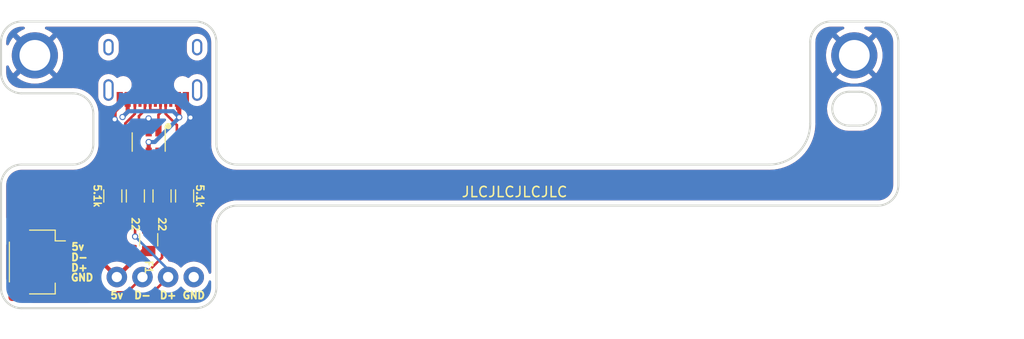
<source format=kicad_pcb>
(kicad_pcb (version 20211014) (generator pcbnew)
  (layers (0 "F.Cu" signal) (31 "B.Cu" signal) (34 "B.Paste" user) (35 "F.Paste" user) (36 "B.SilkS" user "B.Silkscreen") (37 "F.SilkS" user "F.Silkscreen") (38 "B.Mask" user) (39 "F.Mask" user) (44 "Edge.Cuts" user))
  (net 0 "")
  (net 1 "GND")
  (net 2 "VCC")
  (net 3 "Earth")
  (net 5 "Net-(J1-Pad4)")
  (net 7 "D-")
  (net 8 "D+")
  (net 9 "VBUS")
  (net 10 "Net-(J1-Pad5)")
  (net 11 "Net-(R2-Pad2)")
  (net 12 "Net-(R1-Pad2)")
  (net 13 "Net-(J1-Pad6)")
  (net 14 "Net-(J1-Pad10)")
  (footprint "Keeb_components:F_0805" (layer "F.Cu") (at 14.4 21.3264 90)
    (fp_text reference "F1" (at -2.6736 0 270 unlocked) (layer "F.SilkS") (effects (font (size 0.7 0.7))))
    (fp_text value "Polyfuse_Small" hide)
    (fp_line (start -0.6 -0.88) (end 0.6 -0.88) (layer "F.SilkS") (width 0.12))
    (fp_line (start 0.6 0.88) (end -0.6 0.88) (layer "F.SilkS") (width 0.12))
    (pad "1" smd rect (at -1.1 0 90) (size 1 1.3) (layers "F.Cu" "F.Paste" "F.Mask") (net 2 "VCC"))
    (pad "2" smd rect (at 1.1 0 90) (size 1 1.3) (layers "F.Cu" "F.Paste" "F.Mask") (net 9 "VBUS"))
  )
  (footprint "Keeb_components:R_0805" (layer "F.Cu") (at 17.9 17.0592 -90)
    (fp_text reference "R5" hide)
    (fp_text value "5.1k" (at 0 -1.5 -90 unlocked) (layer "F.SilkS") (effects (font (size 0.7 0.7))))
    (fp_line (start 0.6 0.88) (end -0.6 0.88) (layer "F.SilkS") (width 0.12))
    (fp_line (start -0.6 -0.88) (end 0.6 -0.88) (layer "F.SilkS") (width 0.12))
    (pad "1" smd rect (at -1.1 0 270) (size 1.2 1.3) (layers "F.Cu" "F.Paste" "F.Mask") (net 5 "Net-(J1-Pad4)"))
    (pad "2" smd rect (at 1.1 0 270) (size 1.2 1.3) (layers "F.Cu" "F.Paste" "F.Mask") (net 1 "GND"))
  )
  (footprint "Keeb_components:JST_SH_SM04B-SRSS-TB_1x04-1MP_P1.00mm_Horizontal" (layer "F.Cu") (at 3.5 23.5 -90)
    (fp_text reference "J2" hide)
    (fp_text value "ai03_ud" hide)
    (fp_line (start -2.06 -1.785) (end -2.06 -2.775) (layer "F.SilkS") (width 0.12))
    (fp_line (start 3.11 -1.785) (end 2.06 -1.785) (layer "F.SilkS") (width 0.12))
    (fp_line (start -3.11 -1.785) (end -2.06 -1.785) (layer "F.SilkS") (width 0.12))
    (fp_line (start -1.94 2.685) (end 1.94 2.685) (layer "F.SilkS") (width 0.12))
    (fp_line (start -3.11 0.715) (end -3.11 -1.785) (layer "F.SilkS") (width 0.12))
    (fp_line (start 3.11 0.715) (end 3.11 -1.785) (layer "F.SilkS") (width 0.12))
    (pad "1" smd roundrect locked (at -1.5 -2.15 270) (size 0.6 1.85) (layers "F.Cu" "F.Paste" "F.Mask") (net 2 "VCC"))
    (pad "2" smd roundrect locked (at -0.5 -2.15 270) (size 0.6 1.85) (layers "F.Cu" "F.Paste" "F.Mask") (net 11 "Net-(R2-Pad2)"))
    (pad "3" smd roundrect locked (at 0.5 -2.15 270) (size 0.6 1.85) (layers "F.Cu" "F.Paste" "F.Mask") (net 12 "Net-(R1-Pad2)"))
    (pad "4" smd roundrect locked (at 1.5 -2.15 270) (size 0.6 1.85) (layers "F.Cu" "F.Paste" "F.Mask") (net 1 "GND"))
    (pad "MP" smd roundrect locked (at -3 1.875 270) (size 1.6 1.8) (layers "F.Cu" "F.Paste" "F.Mask") (roundrect_rratio 0.208))
    (pad "MP" smd roundrect locked (at 3 1.875 270) (size 1.6 1.8) (layers "F.Cu" "F.Paste" "F.Mask") (roundrect_rratio 0.208))
  )
  (footprint "Keeb_components:HRO-TYPE-C-31-M-12" (layer "F.Cu") (at 14.8 -0.05)
    (fp_text reference "J1")
    (fp_text value "HRO-TYPE-C-31-M-12")
    (pad "" np_thru_hole circle locked (at -2.89 6.25 180) (size 0.65 0.65) (drill 0.65) (layers *.Cu *.Mask))
    (pad "" np_thru_hole circle locked (at 2.89 6.25 180) (size 0.65 0.65) (drill 0.65) (layers *.Cu *.Mask))
    (pad "1" smd rect locked (at 3.225 7.695 180) (size 0.6 1.45) (layers "F.Cu" "F.Paste" "F.Mask") (net 1 "GND"))
    (pad "2" smd rect locked (at 2.45 7.695 180) (size 0.6 1.45) (layers "F.Cu" "F.Paste" "F.Mask") (net 9 "VBUS"))
    (pad "3" smd rect locked (at 1.75 7.695 180) (size 0.3 1.45) (layers "F.Cu" "F.Paste" "F.Mask"))
    (pad "4" smd rect locked (at 1.25 7.695 180) (size 0.3 1.45) (layers "F.Cu" "F.Paste" "F.Mask") (net 5 "Net-(J1-Pad4)"))
    (pad "5" smd rect locked (at 0.75 7.695 180) (size 0.3 1.45) (layers "F.Cu" "F.Paste" "F.Mask") (net 10 "Net-(J1-Pad5)"))
    (pad "6" smd rect locked (at 0.25 7.695 180) (size 0.3 1.45) (layers "F.Cu" "F.Paste" "F.Mask") (net 13 "Net-(J1-Pad6)"))
    (pad "7" smd rect locked (at -0.25 7.695 180) (size 0.3 1.45) (layers "F.Cu" "F.Paste" "F.Mask") (net 10 "Net-(J1-Pad5)"))
    (pad "8" smd rect locked (at -0.75 7.695 180) (size 0.3 1.45) (layers "F.Cu" "F.Paste" "F.Mask") (net 13 "Net-(J1-Pad6)"))
    (pad "9" smd rect locked (at -1.25 7.695 180) (size 0.3 1.45) (layers "F.Cu" "F.Paste" "F.Mask"))
    (pad "10" smd rect locked (at -1.75 7.695 180) (size 0.3 1.45) (layers "F.Cu" "F.Paste" "F.Mask") (net 14 "Net-(J1-Pad10)"))
    (pad "11" smd rect locked (at -2.45 7.695 180) (size 0.6 1.45) (layers "F.Cu" "F.Paste" "F.Mask") (net 9 "VBUS"))
    (pad "12" smd rect locked (at -3.225 7.695 180) (size 0.6 1.45) (layers "F.Cu" "F.Paste" "F.Mask") (net 1 "GND"))
    (pad "13" thru_hole oval locked (at 4.32 2.6 180) (size 1 1.6) (drill oval 0.6 1.2) (layers *.Cu *.Mask) (net 3 "Earth"))
    (pad "13" thru_hole oval locked (at 4.32 6.78 180) (size 1 2.1) (drill oval 0.6 1.7) (layers *.Cu *.Mask) (net 3 "Earth"))
    (pad "13" thru_hole oval locked (at -4.32 6.78 180) (size 1 2.1) (drill oval 0.6 1.7) (layers *.Cu *.Mask) (net 3 "Earth"))
    (pad "13" thru_hole oval locked (at -4.32 2.6 180) (size 1 1.6) (drill oval 0.6 1.2) (layers *.Cu *.Mask) (net 3 "Earth"))
  )
  (footprint "footprints:screw" (layer "F.Cu") (at 3.3 3.35)
    (fp_text reference "S1" hide)
    (fp_text value "SCREW" hide)
    (pad "1" thru_hole circle locked (at 0 0) (size 4.5 4.5) (drill 3) (layers *.Cu *.Mask) (net 1 "GND"))
  )
  (footprint "footprints:solder_header" (layer "F.Cu") (at 15.042 24.966)
    (fp_text reference "J4" hide)
    (fp_text value "Solder header" hide)
    (pad "1" thru_hole circle (at -3.75 0) (size 2 2) (drill 1) (layers *.Cu *.Mask) (net 2 "VCC"))
    (pad "2" thru_hole circle (at -1.25 0) (size 2 2) (drill 1) (layers *.Cu *.Mask) (net 11 "Net-(R2-Pad2)"))
    (pad "3" thru_hole circle (at 1.25 0) (size 2 2) (drill 1) (layers *.Cu *.Mask) (net 12 "Net-(R1-Pad2)"))
    (pad "4" thru_hole circle (at 3.75 0) (size 2 2) (drill 1) (layers *.Cu *.Mask))
  )
  (footprint "Keeb_components:R_0805" (layer "F.Cu") (at 13.1 17.0592 -90)
    (fp_text reference "R1" hide)
    (fp_text value "22" (at 2 0 -90 unlocked) (layer "F.SilkS") (effects (font (size 0.7 0.7)) (justify left)))
    (fp_line (start 0.6 0.88) (end -0.6 0.88) (layer "F.SilkS") (width 0.12))
    (fp_line (start -0.6 -0.88) (end 0.6 -0.88) (layer "F.SilkS") (width 0.12))
    (pad "1" smd rect (at -1.1 0 270) (size 1.2 1.3) (layers "F.Cu" "F.Paste" "F.Mask") (net 8 "D+"))
    (pad "2" smd rect (at 1.1 0 270) (size 1.2 1.3) (layers "F.Cu" "F.Paste" "F.Mask") (net 12 "Net-(R1-Pad2)"))
  )
  (footprint "footprints:screw" (layer "F.Cu") (at 83.2 3.35)
    (fp_text reference "S2" hide)
    (fp_text value "SCREW" hide)
    (pad "1" thru_hole circle locked (at 0 0) (size 4.5 4.5) (drill 3) (layers *.Cu *.Mask) (net 1 "GND"))
  )
  (footprint "Keeb_components:R_0805" (layer "F.Cu") (at 10.9 17.0592 -90)
    (fp_text reference "R6" hide)
    (fp_text value "5.1k" (at 0 1.5 -90 unlocked) (layer "F.SilkS") (effects (font (size 0.7 0.7))))
    (fp_line (start 0.6 0.88) (end -0.6 0.88) (layer "F.SilkS") (width 0.12))
    (fp_line (start -0.6 -0.88) (end 0.6 -0.88) (layer "F.SilkS") (width 0.12))
    (pad "1" smd rect (at -1.1 0 270) (size 1.2 1.3) (layers "F.Cu" "F.Paste" "F.Mask") (net 14 "Net-(J1-Pad10)"))
    (pad "2" smd rect (at 1.1 0 270) (size 1.2 1.3) (layers "F.Cu" "F.Paste" "F.Mask") (net 1 "GND"))
  )
  (footprint "footprints:MegaMan7" (layer "F.Cu") (at 83.072 14.666)
    (fp_text reference "G***" hide)
    (fp_text value "LOGO" hide)
  )
  (footprint "Keeb_components:USBLC6-2SC6" (layer "F.Cu") (at 14.4 11.8 90)
    (fp_text reference "U2" hide)
    (fp_text value "USBLC6-2SC6")
    (fp_line (start -0.9 1.61) (end 1.55 1.61) (layer "F.SilkS") (width 0.12))
    (fp_line (start 0.9 -1.61) (end -0.9 -1.61) (layer "F.SilkS") (width 0.12))
    (fp_circle (center 1.55 1.9) (end 1.8 1.9) (layer "F.SilkS") (width 0.12) (fill solid))
    (pad "1" smd rect (at 1.15 0.95 180) (size 0.6 1.2) (layers "F.Cu" "F.Paste" "F.Mask") (net 10 "Net-(J1-Pad5)"))
    (pad "2" smd rect (at 1.15 0 180) (size 0.6 1.2) (layers "F.Cu" "F.Paste" "F.Mask") (net 1 "GND"))
    (pad "3" smd rect (at 1.15 -0.95 180) (size 0.6 1.2) (layers "F.Cu" "F.Paste" "F.Mask") (net 13 "Net-(J1-Pad6)"))
    (pad "4" smd rect (at -1.15 -0.95 180) (size 0.6 1.2) (layers "F.Cu" "F.Paste" "F.Mask") (net 8 "D+"))
    (pad "5" smd rect (at -1.15 0 180) (size 0.6 1.2) (layers "F.Cu" "F.Paste" "F.Mask") (net 9 "VBUS"))
    (pad "6" smd rect (at -1.15 0.95 180) (size 0.6 1.2) (layers "F.Cu" "F.Paste" "F.Mask") (net 7 "D-"))
  )
  (footprint "Keeb_components:R_0805" (layer "F.Cu") (at 15.7 17.0592 -90)
    (fp_text reference "R2" hide)
    (fp_text value "22" (at 2 0 -90 unlocked) (layer "F.SilkS") (effects (font (size 0.7 0.7)) (justify left)))
    (fp_line (start -0.6 -0.88) (end 0.6 -0.88) (layer "F.SilkS") (width 0.12))
    (fp_line (start 0.6 0.88) (end -0.6 0.88) (layer "F.SilkS") (width 0.12))
    (pad "1" smd rect (at -1.1 0 270) (size 1.2 1.3) (layers "F.Cu" "F.Paste" "F.Mask") (net 7 "D-"))
    (pad "2" smd rect (at 1.1 0 270) (size 1.2 1.3) (layers "F.Cu" "F.Paste" "F.Mask") (net 11 "Net-(R2-Pad2)"))
  )
  (footprint "footprints:MegaMan7" (layer "B.Cu") (at 83.072 14.666 180)
    (fp_text reference "G***" hide)
    (fp_text value "LOGO" hide)
  )
  (gr_line (start 21 2.05) (end 21 12) (layer "Edge.Cuts") (width 0.2))
  (gr_arc (start 23 14) (mid 21.585786 13.414214) (end 21 12) (layer "Edge.Cuts") (width 0.2))
  (gr_line (start 78.9 2.05) (end 78.9 10) (layer "Edge.Cuts") (width 0.2))
  (gr_line (start 1.999999 0.05) (end 19 0.05) (layer "Edge.Cuts") (width 0.2))
  (gr_line (start 0 26) (end 0 16) (layer "Edge.Cuts") (width 0.2))
  (gr_arc (start 87.5 16) (mid 86.914214 17.414214) (end 85.5 18) (layer "Edge.Cuts") (width 0.2))
  (gr_arc (start 2 7.05) (mid 0.585786 6.464213) (end -0.000001 5.05) (layer "Edge.Cuts") (width 0.2))
  (gr_arc (start 1.999999 28) (mid 0.57992 27.420079) (end 0 26) (layer "Edge.Cuts") (width 0.2))
  (gr_arc (start 9 12) (mid 8.414214 13.414214) (end 7 14) (layer "Edge.Cuts") (width 0.2))
  (gr_line (start -0.000001 5.05) (end -0.000001 2.05) (layer "Edge.Cuts") (width 0.2))
  (gr_line (start 74.9 14) (end 23 14) (layer "Edge.Cuts") (width 0.2))
  (gr_arc (start 0 16) (mid 0.585786 14.585786) (end 2 14) (layer "Edge.Cuts") (width 0.2))
  (gr_line (start 9 12) (end 9 9.05) (layer "Edge.Cuts") (width 0.2))
  (gr_arc (start 21 26) (mid 20.414214 27.414214) (end 19 28) (layer "Edge.Cuts") (width 0.2))
  (gr_line (start 23 18) (end 85.5 18) (layer "Edge.Cuts") (width 0.2))
  (gr_arc (start 21 20) (mid 21.585786 18.585786) (end 23 18) (layer "Edge.Cuts") (width 0.2))
  (gr_arc (start 78.9 10) (mid 77.728427 12.828427) (end 74.9 14) (layer "Edge.Cuts") (width 0.2))
  (gr_line (start 83.7 10.2) (end 82.699999 10.2) (layer "Edge.Cuts") (width 0.2))
  (gr_arc (start 85.5 0.05) (mid 86.914214 0.635786) (end 87.5 2.05) (layer "Edge.Cuts") (width 0.2))
  (gr_arc (start 83.7 6.9) (mid 85.35 8.55) (end 83.7 10.2) (layer "Edge.Cuts") (width 0.2))
  (gr_arc (start 78.9 2.05) (mid 79.485786 0.635786) (end 80.9 0.05) (layer "Edge.Cuts") (width 0.2))
  (gr_line (start 80.9 0.05) (end 85.5 0.050001) (layer "Edge.Cuts") (width 0.2))
  (gr_arc (start 19 0.05) (mid 20.414214 0.635786) (end 21 2.05) (layer "Edge.Cuts") (width 0.2))
  (gr_line (start 21 20) (end 21 26) (layer "Edge.Cuts") (width 0.2))
  (gr_arc (start 7 7.05) (mid 8.414214 7.635786) (end 9 9.05) (layer "Edge.Cuts") (width 0.2))
  (gr_line (start 82.699999 6.9) (end 83.7 6.9) (layer "Edge.Cuts") (width 0.2))
  (gr_arc (start 82.699999 10.2) (mid 81.049999 8.55) (end 82.699999 6.9) (layer "Edge.Cuts") (width 0.2))
  (gr_line (start 7 14) (end 2 14) (layer "Edge.Cuts") (width 0.2))
  (gr_line (start 19 28) (end 1.999999 28) (layer "Edge.Cuts") (width 0.2))
  (gr_line (start 87.5 2.05) (end 87.5 16) (layer "Edge.Cuts") (width 0.2))
  (gr_line (start 7 7.05) (end 2 7.05) (layer "Edge.Cuts") (width 0.2))
  (gr_arc (start -0.000001 2.05) (mid 0.585785 0.635786) (end 1.999999 0.05) (layer "Edge.Cuts") (width 0.2))
  (gr_text "D+" (at 16.292 26.75) (layer "F.SilkS") (effects (font (size 0.7 0.7) (thickness 0.175))))
  (gr_text "D-" (at 6.747 23.041) (layer "F.SilkS") (effects (font (size 0.7 0.7) (thickness 0.175)) (justify left)))
  (gr_text "D-" (at 13.792 26.75) (layer "F.SilkS") (effects (font (size 0.7 0.7) (thickness 0.175))))
  (gr_text "5v" (at 11.292 26.75) (layer "F.SilkS") (effects (font (size 0.7 0.7) (thickness 0.175))))
  (gr_text "5v" (at 6.772 22.016) (layer "F.SilkS") (effects (font (size 0.7 0.7) (thickness 0.175)) (justify left)))
  (gr_text "D+" (at 6.742 24.056) (layer "F.SilkS") (effects (font (size 0.7 0.7) (thickness 0.175)) (justify left)))
  (gr_text "GND" (at 18.792 26.75) (layer "F.SilkS") (effects (font (size 0.7 0.7) (thickness 0.175))))
  (gr_text "GND" (at 6.722 25.016) (layer "F.SilkS") (effects (font (size 0.7 0.7) (thickness 0.175)) (justify left)))
  (gr_text "JLCJLCJLCJLC" (at 50.072 16.666) (layer "F.SilkS") (effects (font (size 1 1))))
  (segment (start 11.079429 8.808571) (end 11.575 8.313) (width 0.4) (layer "F.Cu") (net 1))
  (segment (start 18.025 8.169) (end 18.025 7.645) (width 0.4) (layer "F.Cu") (net 1))
  (segment (start 11.079429 9.586693) (end 11.079429 8.808571) (width 0.4) (layer "F.Cu") (net 1))
  (segment (start 14.387 9.499989) (end 14.4 9.512989) (width 0.4) (layer "F.Cu") (net 1))
  (segment (start 11.575 8.313) (end 11.575 7.645) (width 0.4) (layer "F.Cu") (net 1))
  (segment (start 18.472 8.616) (end 18.025 8.169) (width 0.4) (layer "F.Cu") (net 1))
  (segment (start 18.472 9.416) (end 18.472 8.616) (width 0.4) (layer "F.Cu") (net 1))
  (segment (start 14.4 9.512989) (end 14.4 10.65) (width 0.4) (layer "F.Cu") (net 1))
  (via (at 18.472 9.416) (size 0.6) (drill 0.4) (layers "F.Cu" "B.Cu") (net 1))
  (via (at 11.079429 9.586693) (size 0.6) (drill 0.4) (layers "F.Cu" "B.Cu") (net 1))
  (via (at 14.387 9.499989) (size 0.6) (drill 0.4) (layers "F.Cu" "B.Cu") (net 1))
  (segment (start 13.595989 10.291) (end 14.387 9.499989) (width 0.4) (layer "B.Cu") (net 1))
  (segment (start 11.079429 9.586693) (end 11.783736 10.291) (width 0.4) (layer "B.Cu") (net 1))
  (segment (start 11.783736 10.291) (end 13.595989 10.291) (width 0.4) (layer "B.Cu") (net 1))
  (segment (start 13.8316 22.4264) (end 11.292 24.966) (width 0.4) (layer "F.Cu") (net 2))
  (segment (start 14.4 22.4264) (end 13.8316 22.4264) (width 0.4) (layer "F.Cu") (net 2))
  (segment (start 11.292 24.966) (end 8.326 22) (width 0.4) (layer "F.Cu") (net 2))
  (segment (start 8.326 22) (end 5.65 22) (width 0.4) (layer "F.Cu") (net 2))
  (segment (start 13.022 23.236) (end 11.292 24.966) (width 0.4) (layer "F.Cu") (net 2))
  (segment (start 16.05 7.645) (end 16.05 9.05) (width 0.25) (layer "F.Cu") (net 5))
  (segment (start 17.147 15.2062) (end 17.9 15.9592) (width 0.25) (layer "F.Cu") (net 5))
  (segment (start 17.147 10.147) (end 17.147 15.2062) (width 0.25) (layer "F.Cu") (net 5))
  (segment (start 16.05 9.05) (end 17.147 10.147) (width 0.25) (layer "F.Cu") (net 5))
  (segment (start 15.7 15.248) (end 15.35 14.898) (width 0.2) (layer "F.Cu") (net 7))
  (segment (start 15.35 14.898) (end 15.35 12.95) (width 0.2) (layer "F.Cu") (net 7))
  (segment (start 15.7 15.9592) (end 15.7 15.248) (width 0.2) (layer "F.Cu") (net 7))
  (segment (start 13.45 14.872) (end 13.1 15.222) (width 0.2) (layer "F.Cu") (net 8))
  (segment (start 13.45 12.95) (end 13.45 14.872) (width 0.2) (layer "F.Cu") (net 8))
  (segment (start 13.1 15.222) (end 13.1 15.9592) (width 0.2) (layer "F.Cu") (net 8))
  (segment (start 17.376291 8.669291) (end 17.25 8.543) (width 0.4) (layer "F.Cu") (net 9))
  (segment (start 17.376291 9.386683) (end 17.376291 8.669291) (width 0.4) (layer "F.Cu") (net 9))
  (segment (start 14.4 11.8) (end 14.4 12.95) (width 0.4) (layer "F.Cu") (net 9))
  (segment (start 17.25 8.543) (end 17.25 7.645) (width 0.4) (layer "F.Cu") (net 9))
  (segment (start 11.847 9.363) (end 12.35 8.86) (width 0.4) (layer "F.Cu") (net 9))
  (segment (start 12.35 8.86) (end 12.35 7.645) (width 0.4) (layer "F.Cu") (net 9))
  (segment (start 14.4 12.95) (end 14.4 20.2264) (width 0.4) (layer "F.Cu") (net 9))
  (via (at 14.4 11.8) (size 0.6) (drill 0.4) (layers "F.Cu" "B.Cu") (net 9))
  (via (at 17.376291 9.386683) (size 0.6) (drill 0.4) (layers "F.Cu" "B.Cu") (net 9))
  (via (at 11.847 9.363) (size 0.6) (drill 0.4) (layers "F.Cu" "B.Cu") (net 9))
  (segment (start 12.409511 8.800489) (end 11.847 9.363) (width 0.4) (layer "B.Cu") (net 9))
  (segment (start 16.790097 8.800489) (end 12.409511 8.800489) (width 0.4) (layer "B.Cu") (net 9))
  (segment (start 17.376291 9.411709) (end 14.988 11.8) (width 0.4) (layer "B.Cu") (net 9))
  (segment (start 14.988 11.8) (end 14.4 11.8) (width 0.4) (layer "B.Cu") (net 9))
  (segment (start 17.376291 9.386683) (end 17.376291 9.411709) (width 0.4) (layer "B.Cu") (net 9))
  (segment (start 17.376291 9.386683) (end 16.790097 8.800489) (width 0.4) (layer "B.Cu") (net 9))
  (segment (start 15.55 8.95) (end 15.35 9.15) (width 0.25) (layer "F.Cu") (net 10))
  (segment (start 14.55 8.669022) (end 14.575489 8.694511) (width 0.25) (layer "F.Cu") (net 10))
  (segment (start 15.55 7.645) (end 15.55 8.669022) (width 0.25) (layer "F.Cu") (net 10))
  (segment (start 15.55 8.669022) (end 15.524511 8.694511) (width 0.25) (layer "F.Cu") (net 10))
  (segment (start 14.575489 8.694511) (end 15.524511 8.694511) (width 0.25) (layer "F.Cu") (net 10))
  (segment (start 14.55 7.645) (end 14.55 8.669022) (width 0.25) (layer "F.Cu") (net 10))
  (segment (start 15.35 9.15) (end 15.35 10.65) (width 0.25) (layer "F.Cu") (net 10))
  (segment (start 15.55 8.72) (end 15.55 8.95) (width 0.25) (layer "F.Cu") (net 10))
  (segment (start 15.524511 8.694511) (end 15.55 8.72) (width 0.25) (layer "F.Cu") (net 10))
  (segment (start 15.7 23.058) (end 12.302 26.456) (width 0.25) (layer "F.Cu") (net 11))
  (segment (start 12.302 26.456) (end 10.122 26.456) (width 0.25) (layer "F.Cu") (net 11))
  (segment (start 6.666 23) (end 5.65 23) (width 0.25) (layer "F.Cu") (net 11))
  (segment (start 15.7 18.1592) (end 15.7 23.058) (width 0.25) (layer "F.Cu") (net 11))
  (segment (start 10.122 26.456) (end 6.666 23) (width 0.25) (layer "F.Cu") (net 11))
  (segment (start 13.072 18.1872) (end 13.1 18.1592) (width 0.25) (layer "F.Cu") (net 12))
  (segment (start 6.246072 24) (end 5.65 24) (width 0.25) (layer "F.Cu") (net 12))
  (segment (start 14.232 27.046) (end 9.292072 27.046) (width 0.25) (layer "F.Cu") (net 12))
  (segment (start 13.072 21.016) (end 13.072 18.1872) (width 0.25) (layer "F.Cu") (net 12))
  (segment (start 16.292 24.966) (end 16.292 24.986) (width 0.25) (layer "F.Cu") (net 12))
  (segment (start 16.292 24.986) (end 14.232 27.046) (width 0.25) (layer "F.Cu") (net 12))
  (segment (start 9.292072 27.046) (end 6.246072 24) (width 0.25) (layer "F.Cu") (net 12))
  (via (at 13.072 21.016) (size 0.6) (drill 0.4) (layers "F.Cu" "B.Cu") (net 12))
  (segment (start 16.292 24.236) (end 16.292 24.966) (width 0.25) (layer "B.Cu") (net 12))
  (segment (start 13.072 21.016) (end 16.292 24.236) (width 0.25) (layer "B.Cu") (net 12))
  (segment (start 15.05 6.188) (end 14.05 6.188) (width 0.25) (layer "F.Cu") (net 13))
  (segment (start 14.024511 8.694511) (end 13.45 9.269022) (width 0.25) (layer "F.Cu") (net 13))
  (segment (start 14.024511 6.213489) (end 14.024511 8.694511) (width 0.25) (layer "F.Cu") (net 13))
  (segment (start 15.05 7.645) (end 15.05 6.188) (width 0.25) (layer "F.Cu") (net 13))
  (segment (start 13.45 9.269022) (end 13.45 10.65) (width 0.25) (layer "F.Cu") (net 13))
  (segment (start 14.05 6.188) (end 14.024511 6.213489) (width 0.25) (layer "F.Cu") (net 13))
  (segment (start 12.122 14.7372) (end 10.9 15.9592) (width 0.25) (layer "F.Cu") (net 14))
  (segment (start 13.05 9.050015) (end 12.122 9.978015) (width 0.25) (layer "F.Cu") (net 14))
  (segment (start 12.122 9.978015) (end 12.122 14.7372) (width 0.25) (layer "F.Cu") (net 14))
  (segment (start 13.05 7.645) (end 13.05 9.050015) (width 0.25) (layer "F.Cu") (net 14))
  (zone (net 1) (net_name "GND") (layers F&B.Cu) (connect_pads (clearance 0.508)) (min_thickness 0.254) (fill yes (thermal_gap 0.508) (thermal_bridge_width 0.508))
    (polygon (pts (xy 99.703554 -0.9117) (xy 99.772 30.756) (xy -0.036374 31.044495) (xy 0.313554 -0.5917)))
  )
)
</source>
